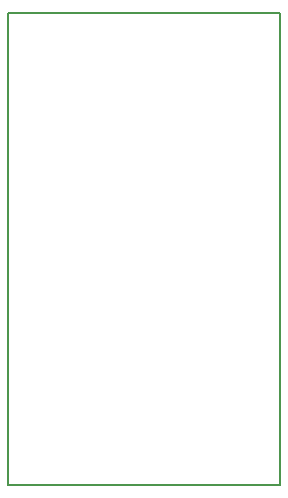
<source format=gbr>
%TF.GenerationSoftware,KiCad,Pcbnew,9.0.4*%
%TF.CreationDate,2025-09-28T00:50:50+02:00*%
%TF.ProjectId,BTM308-host-top,42544d33-3038-42d6-986f-73742d746f70,rev?*%
%TF.SameCoordinates,Original*%
%TF.FileFunction,Profile,NP*%
%FSLAX46Y46*%
G04 Gerber Fmt 4.6, Leading zero omitted, Abs format (unit mm)*
G04 Created by KiCad (PCBNEW 9.0.4) date 2025-09-28 00:50:50*
%MOMM*%
%LPD*%
G01*
G04 APERTURE LIST*
%TA.AperFunction,Profile*%
%ADD10C,0.200000*%
%TD*%
G04 APERTURE END LIST*
D10*
X114750000Y-55750000D02*
X137750000Y-55750000D01*
X137750000Y-95750000D01*
X114750000Y-95750000D01*
X114750000Y-55750000D01*
M02*

</source>
